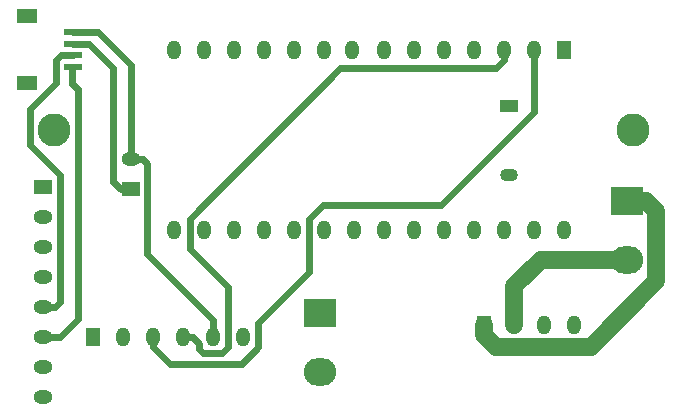
<source format=gtl>
G04*
G04 #@! TF.GenerationSoftware,Altium Limited,Altium Designer,20.0.13 (296)*
G04*
G04 Layer_Physical_Order=1*
G04 Layer_Color=255*
%FSLAX25Y25*%
%MOIN*%
G70*
G01*
G75*
%ADD14R,0.06102X0.02362*%
%ADD15R,0.07087X0.04724*%
%ADD27C,0.02362*%
%ADD28C,0.05906*%
%ADD29O,0.10827X0.09252*%
%ADD30R,0.10827X0.09252*%
%ADD31O,0.06299X0.04724*%
%ADD32R,0.06299X0.04724*%
%ADD33O,0.04724X0.06299*%
%ADD34R,0.04724X0.06299*%
%ADD35R,0.05906X0.04331*%
%ADD36O,0.05906X0.04331*%
%ADD37C,0.11024*%
D14*
X19980Y113386D02*
D03*
Y117323D02*
D03*
Y121260D02*
D03*
Y125197D02*
D03*
D15*
X4724Y130315D02*
D03*
Y108268D02*
D03*
D27*
X39424Y82677D02*
Y114197D01*
Y82677D02*
X43536D01*
X39370D02*
X39424D01*
X56929Y23339D02*
X60155D01*
X19924Y107839D02*
Y113386D01*
X56929Y23339D02*
Y23622D01*
X60155Y23339D02*
X62205Y21289D01*
Y19429D02*
Y21289D01*
Y19429D02*
X63524Y18110D01*
X69794D01*
X71724Y20039D01*
Y40139D01*
X59124Y52739D02*
X71724Y40139D01*
X59124Y52739D02*
Y62939D01*
X109224Y113039D01*
X161024D01*
X163917Y115933D01*
Y119291D01*
X28424Y125197D02*
X39424Y114197D01*
X19980Y125197D02*
X28424D01*
X35948Y72677D02*
X39370D01*
X33586Y75039D02*
X35948Y72677D01*
X33586Y75039D02*
Y113098D01*
X25424Y121260D02*
X33586Y113098D01*
X19980Y121260D02*
X25424D01*
X46929Y20039D02*
Y23622D01*
Y20039D02*
X52402Y14567D01*
X76351D01*
X81824Y20039D01*
Y28139D01*
X98924Y45239D01*
Y62839D01*
X103524Y67439D01*
X142730D01*
X173917Y98627D01*
Y119291D01*
X66929Y23622D02*
Y29139D01*
X44924Y51145D02*
X66929Y29139D01*
X44924Y51145D02*
Y81289D01*
X43536Y82677D02*
X44924Y81289D01*
X16024Y117323D02*
X19980D01*
X14524Y115823D02*
X16024Y117323D01*
X14524Y108039D02*
Y115823D01*
X5824Y99339D02*
X14524Y108039D01*
X5824Y87539D02*
Y99339D01*
Y87539D02*
X15824Y77539D01*
Y35039D02*
Y77539D01*
X14249Y33465D02*
X15824Y35039D01*
X10236Y33465D02*
X14249D01*
X19924Y113386D02*
X19980D01*
X19924Y107839D02*
X21724Y106039D01*
Y29365D02*
Y106039D01*
X15824Y23465D02*
X21724Y29365D01*
X10236Y23465D02*
X15824D01*
D28*
X157205Y24058D02*
Y27559D01*
Y24058D02*
X161024Y20239D01*
X192624D01*
X214524Y42139D01*
Y65398D01*
X211024Y68898D02*
X214524Y65398D01*
X204724Y68898D02*
X211024D01*
X176024Y49213D02*
X204724D01*
X167205Y40394D02*
X176024Y49213D01*
X167205Y27559D02*
Y40394D01*
D29*
X102362Y11811D02*
D03*
X204724Y49213D02*
D03*
D30*
X102362Y31496D02*
D03*
X204724Y68898D02*
D03*
D31*
X10236Y3465D02*
D03*
Y13465D02*
D03*
Y23465D02*
D03*
Y33465D02*
D03*
Y43465D02*
D03*
Y53465D02*
D03*
Y63465D02*
D03*
X39370Y82677D02*
D03*
D32*
X10236Y73465D02*
D03*
X39370Y72677D02*
D03*
D33*
X53917Y59291D02*
D03*
X63917D02*
D03*
X73917D02*
D03*
X83917D02*
D03*
X93917D02*
D03*
X103917D02*
D03*
X113917D02*
D03*
X123917D02*
D03*
X133917D02*
D03*
X143917D02*
D03*
X153917D02*
D03*
X163917D02*
D03*
X173917D02*
D03*
X183917D02*
D03*
X53917Y119291D02*
D03*
X63917D02*
D03*
X73917D02*
D03*
X83917D02*
D03*
X93917D02*
D03*
X103917D02*
D03*
X113051D02*
D03*
X123917D02*
D03*
X133917D02*
D03*
X143917D02*
D03*
X153917D02*
D03*
X163917D02*
D03*
X173917D02*
D03*
X187205Y27559D02*
D03*
X177205D02*
D03*
X167205D02*
D03*
X36929Y23622D02*
D03*
X46929D02*
D03*
X56929D02*
D03*
X66929D02*
D03*
X76929D02*
D03*
D34*
X183917Y119291D02*
D03*
X157205Y27559D02*
D03*
X26929Y23622D02*
D03*
D35*
X165354Y100394D02*
D03*
D36*
Y77559D02*
D03*
D37*
X13780Y92520D02*
D03*
X206693D02*
D03*
M02*

</source>
